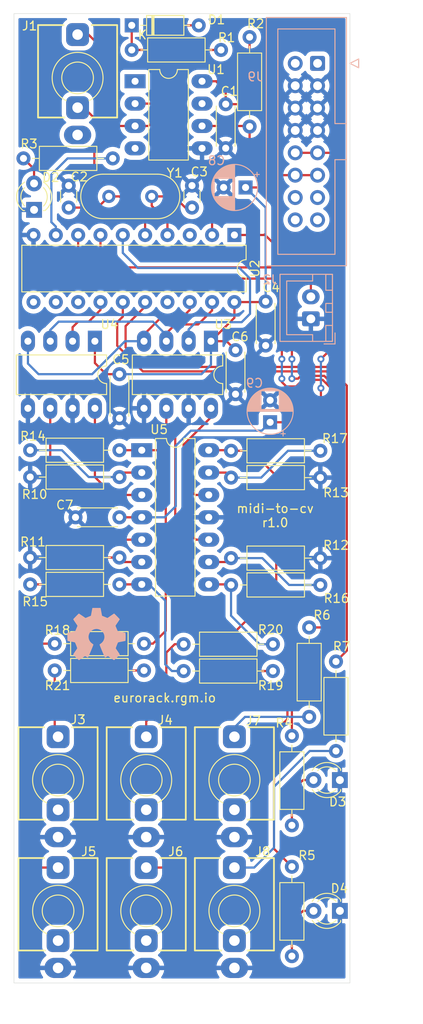
<source format=kicad_pcb>
(kicad_pcb (version 20211014) (generator pcbnew)
  (title_block (title "midi-to-cv") (date "2021-12-15") (rev "1.0"))
  (layers (0 "F.Cu" signal) (31 "B.Cu" signal) (34 "B.Paste" user) (35 "F.Paste" user) (36 "B.SilkS" user "B.Silkscreen") (37 "F.SilkS" user "F.Silkscreen") (38 "B.Mask" user) (39 "F.Mask" user) (44 "Edge.Cuts" user))
  (net 0 "")
  (net 1 "GND")
  (net 2 "Net-(D1-Pad2)")
  (net 3 "Net-(D2-Pad2)")
  (net 4 "Net-(D3-Pad2)")
  (net 5 "dw")
  (net 6 "Net-(J8-PadT)")
  (net 7 "LED1")
  (net 8 "UART_RX")
  (net 9 "LED2")
  (net 10 "GATE1")
  (net 11 "GATE2")
  (net 12 "SPI_SD")
  (net 13 "SPI_SCK")
  (net 14 "SPI_CS1")
  (net 15 "SPI_CS2")
  (net 16 "+5V")
  (net 17 "Net-(J7-PadT)")
  (net 18 "Net-(D4-Pad2)")
  (net 19 "LED3")
  (net 20 "Net-(D1-Pad1)")
  (net 21 "Net-(J1-PadR)")
  (net 22 "+12V")
  (net 23 "CV1")
  (net 24 "CV2")
  (net 25 "CV3")
  (net 26 "CV4")
  (net 27 "DAC_CV2")
  (net 28 "DAC_CV1")
  (net 29 "DAC_CV3")
  (net 30 "DAC_CV4")
  (net 31 "Net-(R10-Pad1)")
  (net 32 "Net-(R11-Pad1)")
  (net 33 "Net-(R12-Pad1)")
  (net 34 "Net-(R13-Pad1)")
  (net 35 "Net-(R14-Pad1)")
  (net 36 "Net-(R15-Pad1)")
  (net 37 "Net-(R16-Pad1)")
  (net 38 "Net-(R17-Pad1)")
  (net 39 "Net-(C2-Pad1)")
  (net 40 "Net-(C3-Pad1)")
  (footprint "eurorack:Jack_3.5mm_QingPu_WQP-PJ398SM_Vertical" (layer "F.Cu") (at 137.6045 128.778)
    (fp_text reference "J3")
    (fp_text value "Thonkiconn SM")
  )
  (footprint "eurorack:Jack_3.5mm_QingPu_WQP-PJ398SM_Vertical" (layer "F.Cu") (at 147.6375 128.778)
    (fp_text reference "J4")
    (fp_text value "Thonkiconn SM")
  )
  (footprint "eurorack:Jack_3.5mm_QingPu_WQP-PJ398SM_Vertical" (layer "F.Cu") (at 137.6045 143.637)
    (fp_text reference "J5")
    (fp_text value "Thonkiconn SM")
  )
  (footprint "eurorack:Jack_3.5mm_QingPu_WQP-PJ398SM_Vertical" (layer "F.Cu") (at 147.6375 143.637)
    (fp_text reference "J6")
    (fp_text value "Thonkiconn SM")
  )
  (footprint "eurorack:Jack_3.5mm_QingPu_WQP-PJ398SM_Vertical" (layer "F.Cu") (at 157.6705 128.778)
    (fp_text reference "J7")
    (fp_text value "Thonkiconn SM")
  )
  (footprint "eurorack:Jack_3.5mm_QingPu_WQP-PJ398SM_Vertical" (layer "F.Cu") (at 157.6705 143.637)
    (fp_text reference "J8")
    (fp_text value "Thonkiconn SM")
  )
  (footprint "Capacitor_THT:C_Disc_D4.3mm_W1.9mm_P5.00mm" (layer "F.Cu") (at 156.6799 52.0065 -90)
    (fp_text reference "C1")
    (fp_text value "100n")
  )
  (footprint "Capacitor_THT:C_Disc_D4.3mm_W1.9mm_P5.00mm" (layer "F.Cu") (at 161.2265 74.422 -90)
    (fp_text reference "C4")
    (fp_text value "100n")
  )
  (footprint "Capacitor_THT:C_Disc_D3.0mm_W1.6mm_P2.50mm" (layer "F.Cu") (at 138.811 63.754 90)
    (fp_text reference "C2")
    (fp_text value "22p")
  )
  (footprint "Capacitor_THT:C_Disc_D3.0mm_W1.6mm_P2.50mm" (layer "F.Cu") (at 152.8445 63.754 90)
    (fp_text reference "C3")
    (fp_text value "22p")
  )
  (footprint "Capacitor_THT:C_Disc_D4.3mm_W1.9mm_P5.00mm" (layer "F.Cu") (at 144.5895 82.677 -90)
    (fp_text reference "C5")
    (fp_text value "100n")
  )
  (footprint "Capacitor_THT:C_Disc_D4.3mm_W1.9mm_P5.00mm" (layer "F.Cu") (at 157.7975 79.9465 -90)
    (fp_text reference "C6")
    (fp_text value "100n")
  )
  (footprint "Diode_THT:D_DO-35_SOD27_P7.62mm_Horizontal" (layer "F.Cu") (at 145.9865 43.053)
    (fp_text reference "D1")
    (fp_text value "1N914")
  )
  (footprint "eurorack:LED_D3.0mmP2.54mm" (layer "F.Cu") (at 134.874 64.008 90)
    (fp_text reference "D2")
    (fp_text value "LED Red")
  )
  (footprint "eurorack:LED_D3.0mmP2.54mm" (layer "F.Cu") (at 169.672 128.778 180)
    (fp_text reference "D3")
    (fp_text value "LED Green")
  )
  (footprint "eurorack:LED_D3.0mmP2.54mm" (layer "F.Cu") (at 169.672 143.637 180)
    (fp_text reference "D4")
    (fp_text value "LED Green")
  )
  (footprint "eurorack:Jack_3.5mm_QingPu_WQP-PJ366ST_Vertical" (layer "F.Cu") (at 139.827 49.022)
    (fp_text reference "J1")
    (fp_text value "Thonkiconn ST")
  )
  (footprint "Resistor_THT:R_Axial_DIN0207_L6.3mm_D2.5mm_P10.16mm_Horizontal" (layer "F.Cu") (at 145.9865 45.847)
    (fp_text reference "R1")
    (fp_text value "220R")
  )
  (footprint "Resistor_THT:R_Axial_DIN0207_L6.3mm_D2.5mm_P10.16mm_Horizontal" (layer "F.Cu") (at 159.3977 44.3865 -90)
    (fp_text reference "R2")
    (fp_text value "10k")
  )
  (footprint "Resistor_THT:R_Axial_DIN0207_L6.3mm_D2.5mm_P10.16mm_Horizontal" (layer "F.Cu") (at 143.8275 58.166 180)
    (fp_text reference "R3")
    (fp_text value "2k2")
  )
  (footprint "Resistor_THT:R_Axial_DIN0207_L6.3mm_D2.5mm_P10.16mm_Horizontal" (layer "F.Cu") (at 164.211 123.7615 -90)
    (fp_text reference "R4")
    (fp_text value "2k2")
  )
  (footprint "Resistor_THT:R_Axial_DIN0207_L6.3mm_D2.5mm_P10.16mm_Horizontal" (layer "F.Cu") (at 164.211 138.6205 -90)
    (fp_text reference "R5")
    (fp_text value "2k2")
  )
  (footprint "Resistor_THT:R_Axial_DIN0207_L6.3mm_D2.5mm_P10.16mm_Horizontal" (layer "F.Cu") (at 166.1795 111.4425 -90)
    (fp_text reference "R6")
    (fp_text value "1k")
  )
  (footprint "Resistor_THT:R_Axial_DIN0207_L6.3mm_D2.5mm_P10.16mm_Horizontal" (layer "F.Cu") (at 169.2275 115.316 -90)
    (fp_text reference "R7")
    (fp_text value "1k")
  )
  (footprint "Package_DIP:DIP-8_W7.62mm_LongPads" (layer "F.Cu") (at 146.3675 49.403)
    (fp_text reference "U1")
    (fp_text value "6N137")
  )
  (footprint "Package_DIP:DIP-20_W7.62mm" (layer "F.Cu") (at 157.6705 66.8655 -90)
    (fp_text reference "U2")
    (fp_text value "ATtiny4313-PU")
  )
  (footprint "Package_DIP:DIP-8_W7.62mm_LongPads" (layer "F.Cu") (at 155.0035 78.9305 -90)
    (fp_text reference "U3")
    (fp_text value "MCP4822")
  )
  (footprint "Package_DIP:DIP-8_W7.62mm_LongPads" (layer "F.Cu") (at 141.7955 78.9305 -90)
    (fp_text reference "U4")
    (fp_text value "MCP4822")
  )
  (footprint "Crystal:Crystal_HC49-U_Vertical" (layer "F.Cu") (at 143.383 62.484)
    (fp_text reference "Y1")
    (fp_text value "20mhz")
  )
  (footprint "Resistor_THT:R_Axial_DIN0207_L6.3mm_D2.5mm_P10.16mm_Horizontal" (layer "F.Cu") (at 144.5895 94.361 180)
    (fp_text reference "R10")
    (fp_text value "8k45")
  )
  (footprint "Resistor_THT:R_Axial_DIN0207_L6.3mm_D2.5mm_P10.16mm_Horizontal" (layer "F.Cu") (at 144.5895 103.505 180)
    (fp_text reference "R11")
    (fp_text value "8k45")
  )
  (footprint "Resistor_THT:R_Axial_DIN0207_L6.3mm_D2.5mm_P10.16mm_Horizontal" (layer "F.Cu") (at 157.2895 103.5685)
    (fp_text reference "R12")
    (fp_text value "8k45")
  )
  (footprint "Resistor_THT:R_Axial_DIN0207_L6.3mm_D2.5mm_P10.16mm_Horizontal" (layer "F.Cu") (at 157.2895 94.4245)
    (fp_text reference "R13")
    (fp_text value "8k45")
  )
  (footprint "Resistor_THT:R_Axial_DIN0207_L6.3mm_D2.5mm_P10.16mm_Horizontal" (layer "F.Cu") (at 144.5895 91.313 180)
    (fp_text reference "R14")
    (fp_text value "33k")
  )
  (footprint "Resistor_THT:R_Axial_DIN0207_L6.3mm_D2.5mm_P10.16mm_Horizontal" (layer "F.Cu") (at 144.5895 106.553 180)
    (fp_text reference "R15")
    (fp_text value "33k")
  )
  (footprint "Resistor_THT:R_Axial_DIN0207_L6.3mm_D2.5mm_P10.16mm_Horizontal" (layer "F.Cu") (at 157.2895 106.6165)
    (fp_text reference "R16")
    (fp_text value "33k")
  )
  (footprint "Resistor_THT:R_Axial_DIN0207_L6.3mm_D2.5mm_P10.16mm_Horizontal" (layer "F.Cu") (at 157.2895 91.3765)
    (fp_text reference "R17")
    (fp_text value "33k")
  )
  (footprint "Resistor_THT:R_Axial_DIN0207_L6.3mm_D2.5mm_P10.16mm_Horizontal" (layer "F.Cu") (at 137.2235 113.284)
    (fp_text reference "R18")
    (fp_text value "1k")
  )
  (footprint "Resistor_THT:R_Axial_DIN0207_L6.3mm_D2.5mm_P10.16mm_Horizontal" (layer "F.Cu") (at 162.052 116.3955 180)
    (fp_text reference "R19")
    (fp_text value "1k")
  )
  (footprint "Resistor_THT:R_Axial_DIN0207_L6.3mm_D2.5mm_P10.16mm_Horizontal" (layer "F.Cu") (at 151.892 113.3475)
    (fp_text reference "R20")
    (fp_text value "1k")
  )
  (footprint "Resistor_THT:R_Axial_DIN0207_L6.3mm_D2.5mm_P10.16mm_Horizontal" (layer "F.Cu") (at 137.2235 116.332)
    (fp_text reference "R21")
    (fp_text value "1k")
  )
  (footprint "Package_DIP:DIP-14_W7.62mm_LongPads" (layer "F.Cu") (at 147.1295 91.313)
    (fp_text reference "U5")
    (fp_text value "LM324")
  )
  (footprint "Capacitor_THT:C_Disc_D4.3mm_W1.9mm_P5.00mm" (layer "F.Cu") (at 144.5895 98.933 180)
    (fp_text reference "C7")
    (fp_text value "100n")
  )
  (footprint "Connector_JST:JST_XH_B2B-XH-A_1x02_P2.50mm_Vertical" (layer "B.Cu") (at 166.37 76.3905 90)
    (fp_text reference "J2")
    (fp_text value "JST XH 1x2")
  )
  (footprint "Connector_IDC:IDC-Header_2x08_P2.54mm_Vertical" (layer "B.Cu") (at 167.132 47.371 180)
    (fp_text reference "J9")
    (fp_text value "IDC Header 2x8")
  )
  (footprint "Capacitor_THT:CP_Radial_D5.0mm_P2.50mm" (layer "B.Cu") (at 158.9405 61.468 180)
    (fp_text reference "C8")
    (fp_text value "10u")
  )
  (footprint "Capacitor_THT:CP_Radial_D5.0mm_P2.50mm" (layer "B.Cu") (at 161.7345 88.138 90)
    (fp_text reference "C9")
    (fp_text value "10u")
  )
  (footprint "Symbol:OSHW-Symbol_6.7x6mm_SilkScreen" (layer "B.Cu") (at 141.986 112.2045 180)
    (fp_text reference "REF**" hide)
    (fp_text value "OSHW-Symbol_6.7x6mm_SilkScreen" hide)
  )
  (gr_line (start 170.815 151.8285) (end 170.815 41.7195) (layer "Edge.Cuts") (width 0.05))
  (gr_line (start 132.588 41.7195) (end 170.815 41.7195) (layer "Edge.Cuts") (width 0.05))
  (gr_line (start 132.588 151.8285) (end 170.815 151.8285) (layer "Edge.Cuts") (width 0.05))
  (gr_line (start 132.588 41.7195) (end 132.588 151.8285) (layer "Edge.Cuts") (width 0.05))
  (gr_text "midi-to-cv\nr1.0" (at 162.306 98.7425) (layer "F.SilkS") (effects (font (size 1 1))))
  (gr_text "eurorack.rgm.io" (at 149.733 119.4435) (layer "F.SilkS") (effects (font (size 1 1))))
  (segment (start 143.256 53.1495) (end 144.5895 54.483) (width 0.25) (layer "F.Cu") (net 2))
  (segment (start 151.8285 43.053) (end 153.6065 43.053) (width 0.25) (layer "F.Cu") (net 2))
  (segment (start 143.256 46.2915) (end 143.256 53.1495) (width 0.25) (layer "F.Cu") (net 2))
  (segment (start 150.241 44.6405) (end 151.8285 43.053) (width 0.25) (layer "F.Cu") (net 2))
  (segment (start 144.5895 54.483) (end 146.3675 54.483) (width 0.25) (layer "F.Cu") (net 2))
  (segment (start 150.241 52.1335) (end 150.241 44.6405) (width 0.25) (layer "F.Cu") (net 2))
  (segment (start 141.0665 44.102) (end 143.256 46.2915) (width 0.25) (layer "F.Cu") (net 2))
  (segment (start 147.8915 54.483) (end 150.241 52.1335) (width 0.25) (layer "F.Cu") (net 2))
  (segment (start 139.827 44.102) (end 141.0665 44.102) (width 0.25) (layer "F.Cu") (net 2))
  (segment (start 146.3675 54.483) (end 147.8915 54.483) (width 0.25) (layer "F.Cu") (net 2))
  (segment (start 134.874 61.0108) (end 134.874 59.3725) (width 0.25) (layer "F.Cu") (net 3))
  (segment (start 134.874 59.3725) (end 133.6675 58.166) (width 0.25) (layer "F.Cu") (net 3))
  (segment (start 165.481 128.778) (end 166.6748 128.778) (width 0.25) (layer "F.Cu") (net 4))
  (segment (start 164.211 133.9215) (end 164.211 130.048) (width 0.25) (layer "F.Cu") (net 4))
  (segment (start 164.211 130.048) (end 165.481 128.778) (width 0.25) (layer "F.Cu") (net 4))
  (segment (start 166.37 73.8905) (end 166.37 72.0725) (width 0.25) (layer "F.Cu") (net 5))
  (segment (start 161.0995 66.802) (end 161.036 66.8655) (width 0.25) (layer "F.Cu") (net 5))
  (segment (start 166.37 72.0725) (end 161.0995 66.802) (width 0.25) (layer "F.Cu") (net 5))
  (segment (start 161.036 66.8655) (end 157.6705 66.8655) (width 0.25) (layer "F.Cu") (net 5))
  (segment (start 162.179 136.4615) (end 162.179 129.54) (width 0.25) (layer "B.Cu") (net 6))
  (segment (start 157.6705 138.717) (end 159.9235 138.717) (width 0.25) (layer "B.Cu") (net 6))
  (segment (start 166.243 125.476) (end 169.2275 125.476) (width 0.25) (layer "B.Cu") (net 6))
  (segment (start 162.179 129.54) (end 166.243 125.476) (width 0.25) (layer "B.Cu") (net 6))
  (segment (start 159.9235 138.717) (end 162.179 136.4615) (width 0.25) (layer "B.Cu") (net 6))
  (segment (start 138.684 58.166) (end 143.8275 58.166) (width 0.25) (layer "B.Cu") (net 7))
  (segment (start 136.8425 60.0075) (end 138.684 58.166) (width 0.25) (layer "B.Cu") (net 7))
  (segment (start 137.3505 66.8655) (end 137.3505 65.913) (width 0.25) (layer "B.Cu") (net 7))
  (segment (start 137.3505 65.913) (end 136.8425 65.405) (width 0.25) (layer "B.Cu") (net 7))
  (segment (start 136.8425 65.405) (end 136.8425 60.0075) (width 0.25) (layer "B.Cu") (net 7))
  (segment (start 153.9875 54.483) (end 159.3342 54.483) (width 0.25) (layer "F.Cu") (net 8))
  (segment (start 159.3977 57.7723) (end 158.115 59.055) (width 0.25) (layer "F.Cu") (net 8))
  (segment (start 159.3977 54.5465) (end 159.3977 57.7723) (width 0.25) (layer "F.Cu") (net 8))
  (segment (start 155.956 59.055) (end 154.686 60.325) (width 0.25) (layer "F.Cu") (net 8))
  (segment (start 154.686 60.325) (end 154.686 64.8335) (width 0.25) (layer "F.Cu") (net 8))
  (segment (start 159.3342 54.483) (end 159.3977 54.5465) (width 0.25) (layer "F.Cu") (net 8))
  (segment (start 155.1305 65.278) (end 155.1305 66.8655) (width 0.25) (layer "F.Cu") (net 8))
  (segment (start 158.115 59.055) (end 155.956 59.055) (width 0.25) (layer "F.Cu") (net 8))
  (segment (start 154.686 64.8335) (end 155.1305 65.278) (width 0.25) (layer "F.Cu") (net 8))
  (segment (start 169.550511 108.769989) (end 169.550511 84.5226) (width 0.25) (layer "F.Cu") (net 9))
  (segment (start 168.402 109.9185) (end 169.550511 108.769989) (width 0.25) (layer "F.Cu") (net 9))
  (segment (start 142.4305 69.1515) (end 142.4305 66.8655) (width 0.25) (layer "F.Cu") (net 9))
  (segment (start 164.211 80.9625) (end 164.211 72.8345) (width 0.25) (layer "F.Cu") (net 9))
  (segment (start 143.8275 70.5485) (end 142.4305 69.1515) (width 0.25) (layer "F.Cu") (net 9))
  (segment (start 164.9095 83.185) (end 164.211 83.185) (width 0.25) (layer "F.Cu") (net 9))
  (segment (start 164.211 72.8345) (end 161.925 70.5485) (width 0.25) (layer "F.Cu") (net 9))
  (segment (start 165.227 82.8675) (end 164.9095 83.185) (width 0.25) (layer "F.Cu") (net 9))
  (segment (start 164.211 123.7615) (end 164.211 110.9345) (width 0.25) (layer "F.Cu") (net 9))
  (segment (start 164.211 110.9345) (end 165.227 109.9185) (width 0.25) (layer "F.Cu") (net 9))
  (segment (start 167.895411 82.8675) (end 165.227 82.8675) (width 0.25) (layer "F.Cu") (net 9))
  (segment (start 161.925 70.5485) (end 143.8275 70.5485) (width 0.25) (layer "F.Cu") (net 9))
  (segment (start 169.550511 84.5226) (end 167.895411 82.8675) (width 0.25) (layer "F.Cu") (net 9))
  (segment (start 165.227 109.9185) (end 168.402 109.9185) (width 0.25) (layer "F.Cu") (net 9))
  (via (at 164.211 80.9625) (size 0.8) (drill 0.4) (layers "F.Cu" "B.Cu") (net 9))
  (via (at 164.211 83.185) (size 0.8) (drill 0.4) (layers "F.Cu" "B.Cu") (net 9))
  (segment (start 164.211 83.185) (end 164.211 80.9625) (width 0.25) (layer "B.Cu") (net 9))
  (segment (start 170.01498 109.00402) (end 167.5765 111.4425) (width 0.25) (layer "F.Cu") (net 10))
  (segment (start 168.148 82.3595) (end 170.01498 84.22648) (width 0.25) (layer "F.Cu") (net 10))
  (segment (start 167.5765 111.4425) (end 166.1795 111.4425) (width 0.25) (layer "F.Cu") (net 10))
  (segment (start 144.3355 76.7715) (end 144.9705 76.1365) (width 0.25) (layer "F.Cu") (net 10))
  (segment (start 144.3355 79.4385) (end 144.3355 76.7715) (width 0.25) (layer "F.Cu") (net 10))
  (segment (start 144.3355 79.4385) (end 147.2565 82.3595) (width 0.25) (layer "F.Cu") (net 10))
  (segment (start 170.01498 84.22648) (end 170.01498 109.00402) (width 0.25) (layer "F.Cu") (net 10))
  (segment (start 144.9705 76.1365) (end 144.9705 74.4855) (width 0.25) (layer "F.Cu") (net 10))
  (segment (start 147.2565 82.3595) (end 168.148 82.3595) (width 0.25) (layer "F.Cu") (net 10))
  (segment (start 168.3385 81.8515) (end 170.46499 83.97799) (width 0.25) (layer "F.Cu") (net 11))
  (segment (start 147.5105 74.4855) (end 147.5105 74.9935) (width 0.25) (layer "F.Cu") (net 11))
  (segment (start 147.5105 74.9935) (end 145.288 77.216) (width 0.25) (layer "F.Cu") (net 11))
  (segment (start 147.5105 81.8515) (end 168.3385 81.8515) (width 0.25) (layer "F.Cu") (net 11))
  (segment (start 170.46499 114.07851) (end 169.2275 115.316) (width 0.25) (layer "F.Cu") (net 11))
  (segment (start 145.288 79.629) (end 147.5105 81.8515) (width 0.25) (layer "F.Cu") (net 11))
  (segment (start 145.288 77.216) (end 145.288 79.629) (width 0.25) (layer "F.Cu") (net 11))
  (segment (start 170.46499 83.97799) (end 170.46499 114.07851) (width 0.25) (layer "F.Cu") (net 11))
  (segment (start 152.5905 74.4855) (end 152.5905 75.3745) (width 0.25) (layer "F.Cu") (net 12))
  (segment (start 147.3835 78.1685) (end 147.3835 78.9305) (width 0.25) (layer "F.Cu") (net 12))
  (segment (start 149.1615 76.3905) (end 147.3835 78.1685) (width 0.25) (layer "F.Cu") (net 12))
  (segment (start 152.5905 75.3745) (end 151.5745 76.3905) (width 0.25) (layer "F.Cu") (net 12))
  (segment (start 151.5745 76.3905) (end 149.1615 76.3905) (width 0.25) (layer "F.Cu") (net 12))
  (segment (start 134.1755 81.4705) (end 135.382 82.677) (width 0.25) (layer "B.Cu") (net 12))
  (segment (start 134.1755 78.9305) (end 134.1755 81.4705) (width 0.25) (layer "B.Cu") (net 12))
  (segment (start 135.382 82.677) (end 141.478 82.677) (width 0.25) (layer "B.Cu") (net 12))
  (segment (start 145.2245 78.9305) (end 147.3835 78.9305) (width 0.25) (layer "B.Cu") (net 12))
  (segment (start 141.478 82.677) (end 145.2245 78.9305) (width 0.25) (layer "B.Cu") (net 12))
  (segment (start 155.1305 75.438) (end 153.543 77.0255) (width 0.25) (layer "F.Cu") (net 13))
  (segment (start 150.9395 77.0255) (end 149.9235 78.0415) (width 0.25) (layer "F.Cu") (net 13))
  (segment (start 149.9235 78.0415) (end 149.9235 78.9305) (width 0.25) (layer "F.Cu") (net 13))
  (segment (start 153.543 77.0255) (end 150.9395 77.0255) (width 0.25) (layer "F.Cu") (net 13))
  (segment (start 155.1305 74.4855) (end 155.1305 75.438) (width 0.25) (layer "F.Cu") (net 13))
  (segment (start 137.668 76.708) (end 136.7155 77.6605) (width 0.25) (layer "B.Cu") (net 13))
  (segment (start 149.9235 78.9305) (end 149.9235 78.232) (width 0.25) (layer "B.Cu") (net 13))
  (segment (start 136.7155 77.6605) (end 136.7155 78.9305) (width 0.25) (layer "B.Cu") (net 13))
  (segment (start 148.3995 76.708) (end 137.668 76.708) (width 0.25) (layer "B.Cu") (net 13))
  (segment (start 149.9235 78.232) (end 148.3995 76.708) (width 0.25) (layer "B.Cu") (net 13))
  (segment (start 158.496 76.7715) (end 159.4485 75.819) (width 0.25) (layer "B.Cu") (net 14))
  (segment (start 152.4635 77.597) (end 153.289 76.7715) (width 0.25) (layer "B.Cu") (net 14))
  (segment (start 152.4635 78.9305) (end 152.4635 77.597) (width 0.25) (layer "B.Cu") (net 14))
  (segment (start 159.4485 75.819) (end 159.4485 71.8185) (width 0.25) (layer "B.Cu") (net 14))
  (segment (start 153.289 76.7715) (end 158.496 76.7715) (width 0.25) (layer "B.Cu") (net 14))
  (segment (start 144.9705 68.8975) (end 144.9705 66.8655) (width 0.25) (layer "B.Cu") (net 14))
  (segment (start 159.4485 71.8185) (end 158.242 70.612) (width 0.25) (layer "B.Cu") (net 14))
  (segment (start 146.685 70.612) (end 144.9705 68.8975) (width 0.25) (layer "B.Cu") (net 14))
  (segment (start 158.242 70.612) (end 146.685 70.612) (width 0.25) (layer "B.Cu") (net 14))
  (segment (start 152.4635 77.7875) (end 152.4635 78.9305) (width 0.25) (layer "B.Cu") (net 14))
  (segment (start 139.8905 76.708) (end 139.2555 77.343) (width 0.25) (layer "F.Cu") (net 15))
  (segment (start 139.2555 77.343) (end 139.2555 78.9305) (width 0.25) (layer "F.Cu") (net 15))
  (segment (start 142.4305 74.4855) (end 142.4305 75.3745) (width 0.25) (layer "F.Cu") (net 15))
  (segment (start 141.097 76.708) (end 139.8905 76.708) (width 0.25) (layer "F.Cu") (net 15))
  (segment (start 142.4305 75.3745) (end 141.097 76.708) (width 0.25) (layer "F.Cu") (net 15))
  (segment (start 161.544 61.468) (end 162.941 60.071) (width 0.25) (layer "F.Cu") (net 16))
  (segment (start 155.0035 78.9305) (end 156.7815 78.9305) (width 0.25) (layer "F.Cu") (net 16))
  (segment (start 155.575 49.403) (end 153.9875 49.403) (width 0.25) (layer "F.Cu") (net 16))
  (segment (start 161.163 74.4855) (end 161.2265 74.422) (width 0.25) (layer "F.Cu") (net 16))
  (segment (start 156.9085 49.403) (end 159.3977 46.9138) (width 0.25) (layer "F.Cu") (net 16))
  (segment (start 157.0355 76.8985) (end 155.0035 78.9305) (width 0.25) (layer "F.Cu") (net 16))
  (segment (start 159.5755 52.0065) (end 156.6799 52.0065) (width 0.25) (layer "F.Cu") (net 16))
  (segment (start 158.9405 61.468) (end 161.544 61.468) (width 0.25) (layer "F.Cu") (net 16))
  (segment (start 161.8615 58.9915) (end 161.8615 54.2925) (width 0.25) (layer "F.Cu") (net 16))
  (segment (start 156.6799 50.5079) (end 155.575 49.403) (width 0.25) (layer "F.Cu") (net 16))
  (segment (start 157.6705 76.2635) (end 157.0355 76.8985) (width 0.25) (layer "F.Cu") (net 16))
  (segment (start 162.941 60.071) (end 164.592 60.071) (width 0.25) (layer "F.Cu") (net 16))
  (segment (start 159.3977 44.3865) (end 159.3977 46.9138) (width 0.25) (layer "F.Cu") (net 16))
  (segment (start 162.941 60.071) (end 161.8615 58.9915) (width 0.25) (layer "F.Cu") (net 16))
  (segment (start 141.7955 81.407) (end 143.0655 82.677) (width 0.25) (layer "F.Cu") (net 16))
  (segment (start 164.592 60.071) (end 167.132 60.071) (width 0.25) (layer "F.Cu") (net 16))
  (segment (start 157.6705 74.4855) (end 161.163 74.4855) (width 0.25) (layer "F.Cu") (net 16))
  (segment (start 143.0655 82.677) (end 144.5895 82.677) (width 0.25) (layer "F.Cu") (net 16))
  (segment (start 156.6799 52.0065) (end 156.6799 50.5079) (width 0.25) (layer "F.Cu") (net 16))
  (segment (start 161.8615 54.2925) (end 159.5755 52.0065) (width 0.25) (layer "F.Cu") (net 16))
  (segment (start 157.6705 74.4855) (end 157.6705 76.2635) (width 0.25) (layer "F.Cu") (net 16))
  (segment (start 155.575 49.403) (end 156.9085 49.403) (width 0.25) (layer "F.Cu") (net 16))
  (segment (start 156.7815 78.9305) (end 157.7975 79.9465) (width 0.25) (layer "F.Cu") (net 16))
  (segment (start 141.7955 78.9305) (end 141.7955 81.407) (width 0.25) (layer "F.Cu") (net 16))
  (segment (start 155.0035 81.5975) (end 153.924 82.677) (width 0.25) (layer "B.Cu") (net 16))
  (segment (start 161.2265 63.754) (end 160.2105 62.738) (width 0.25) (layer "B.Cu") (net 16))
  (segment (start 161.2265 74.422) (end 161.2265 63.754) (width 0.25) (layer "B.Cu") (net 16))
  (segment (start 155.0035 78.9305) (end 155.0035 81.5975) (width 0.25) (layer "B.Cu") (net 16))
  (segment (start 153.924 82.677) (end 144.5895 82.677) (width 0.25) (layer "B.Cu") (net 16))
  (segment (start 160.2105 62.738) (end 158.9405 61.468) (width 0.25) (layer "B.Cu") (net 16))
  (segment (start 157.6705 122.809) (end 158.877 121.6025) (width 0.25) (layer "B.Cu") (net 17))
  (segment (start 157.6705 123.858) (end 157.6705 122.809) (width 0.25) (layer "B.Cu") (net 17))
  (segment (start 158.877 121.6025) (end 166.1795 121.6025) (width 0.25) (layer "B.Cu") (net 17))
  (segment (start 164.211 148.7805) (end 164.211 144.907) (width 0.25) (layer "F.Cu") (net 18))
  (segment (start 165.481 143.637) (end 166.6748 143.637) (width 0.25) (layer "F.Cu") (net 18))
  (segment (start 164.211 144.907) (end 165.481 143.637) (width 0.25) (layer "F.Cu") (net 18))
  (segment (start 163.068 83.566) (end 163.068 83.185) (width 0.25) (layer "F.Cu") (net 19))
  (segment (start 142.5575 71.8185) (end 139.8905 69.1515) (width 0.25) (layer "F.Cu") (net 19))
  (segment (start 164.211 138.6205) (end 162.179 136.5885) (width 0.25) (layer "F.Cu") (net 19))
  (segment (start 163.576 84.074) (end 163.068 83.566) (width 0.25) (layer "F.Cu") (net 19))
  (segment (start 164.68725 84.074) (end 163.576 84.074) (width 0.25) (layer "F.Cu") (net 19))
  (segment (start 164.973 109.4105) (end 168.2115 109.4105) (width 0.25) (layer "F.Cu") (net 19))
  (segment (start 139.8905 69.1515) (end 139.8905 66.8655) (width 0.25) (layer "F.Cu") (net 19))
  (segment (start 169.1005 108.5215) (end 169.1005 84.709) (width 0.25) (layer "F.Cu") (net 19))
  (segment (start 161.925 71.8185) (end 142.5575 71.8185) (width 0.25) (layer "F.Cu") (net 19))
  (segment (start 163.068 80.9625) (end 163.068 72.9615) (width 0.25) (layer "F.Cu") (net 19))
  (segment (start 163.703 121.8565) (end 163.703 110.6805) (width 0.25) (layer "F.Cu") (net 19))
  (segment (start 163.068 72.9615) (end 161.925 71.8185) (width 0.25) (layer "F.Cu") (net 19))
  (segment (start 167.70901 83.31751) (end 165.44374 83.31751) (width 0.25) (layer "F.Cu") (net 19))
  (segment (start 168.2115 109.4105) (end 169.1005 108.5215) (width 0.25) (layer "F.Cu") (net 19))
  (segment (start 169.1005 84.709) (end 167.70901 83.31751) (width 0.25) (layer "F.Cu") (net 19))
  (segment (start 165.44374 83.31751) (end 164.68725 84.074) (width 0.25) (layer "F.Cu") (net 19))
  (segment (start 163.703 110.6805) (end 164.973 109.4105) (width 0.25) (layer "F.Cu") (net 19))
  (segment (start 162.179 123.3805) (end 163.703 121.8565) (width 0.25) (layer "F.Cu") (net 19))
  (segment (start 162.179 136.5885) (end 162.179 123.3805) (width 0.25) (layer "F.Cu") (net 19))
  (via (at 163.068 80.9625) (size 0.8) (drill 0.4) (layers "F.Cu" "B.Cu") (net 19))
  (via (at 163.068 83.185) (size 0.8) (drill 0.4) (layers "F.Cu" "B.Cu") (net 19))
  (segment (start 163.068 83.185) (end 163.068 80.9625) (width 0.25) (layer "B.Cu") (net 19))
  (segment (start 146.3675 51.943) (end 148.463 51.943) (width 0.25) (layer "F.Cu") (net 20))
  (segment (start 149.1615 46.9265) (end 148.082 45.847) (width 0.25) (layer "F.Cu") (net 20))
  (segment (start 145.9865 45.847) (end 145.9865 43.053) (width 0.25) (layer "F.Cu") (net 20))
  (segment (start 148.082 45.847) (end 145.9865 45.847) (width 0.25) (layer "F.Cu") (net 20))
  (segment (start 149.1615 51.2445) (end 149.1615 46.9265) (width 0.25) (layer "F.Cu") (net 20))
  (segment (start 148.463 51.943) (end 149.1615 51.2445) (width 0.25) (layer "F.Cu") (net 20))
  (segment (start 141.732 59.2455) (end 142.8115 60.325) (width 0.25) (layer "F.Cu") (net 21))
  (segment (start 142.748 56.261) (end 141.732 57.277) (width 0.25) (layer "F.Cu") (net 21))
  (segment (start 140.54 52.402) (end 142.748 54.61) (width 0.25) (layer "F.Cu") (net 21))
  (segment (start 141.732 57.277) (end 141.732 59.2455) (width 0.25) (layer "F.Cu") (net 21))
  (segment (start 142.8115 60.325) (end 148.336 60.325) (width 0.25) (layer "F.Cu") (net 21))
  (segment (start 148.336 60.325) (end 151.257 57.404) (width 0.25) (layer "F.Cu") (net 21))
  (segment (start 153.289 45.847) (end 156.1465 45.847) (width 0.25) (layer "F.Cu") (net 21))
  (segment (start 142.748 54.61) (end 142.748 56.261) (width 0.25) (layer "F.Cu") (net 21))
  (segment (start 151.257 47.879) (end 153.289 45.847) (width 0.25) (layer "F.Cu") (net 21))
  (segment (start 139.827 52.402) (end 140.54 52.402) (width 0.25) (layer "F.Cu") (net 21))
  (segment (start 151.257 57.404) (end 151.257 47.879) (width 0.25) (layer "F.Cu") (net 21))
  (segment (start 168.529 57.531) (end 169.545 58.547) (width 0.25) (layer "F.Cu") (net 22))
  (segment (start 165.608 88.138) (end 167.513 86.233) (width 0.25) (layer "F.Cu") (net 22))
  (segment (start 144.5895 98.933) (end 147.1295 98.933) (width 0.25) (layer "F.Cu") (net 22))
  (segment (start 169.545 78.9305) (end 167.513 80.9625) (width 0.25) (layer "F.Cu") (net 22))
  (segment (start 167.132 57.531) (end 168.529 57.531) (width 0.25) (layer "F.Cu") (net 22))
  (segment (start 169.545 58.547) (end 169.545 78.9305) (width 0.25) (layer "F.Cu") (net 22))
  (segment (start 161.7345 88.138) (end 165.608 88.138) (width 0.25) (layer "F.Cu") (net 22))
  (segment (start 164.592 57.531) (end 167.132 57.531) (width 0.25) (layer "F.Cu") (net 22))
  (segment (start 167.513 84.2645) (end 167.513 86.233) (width 0.25) (layer "F.Cu") (net 22))
  (via (at 167.513 80.9625) (size 0.8) (drill 0.4) (layers "F.Cu" "B.Cu") (net 22))
  (via (at 167.513 84.2645) (size 0.8) (drill 0.4) (layers "F.Cu" "B.Cu") (net 22))
  (segment (start 167.513 84.2645) (end 167.513 80.9625) (width 0.25) (layer "B.Cu") (net 22))
  (segment (start 160.782 89.0905) (end 161.7345 88.138) (width 0.25) (layer "B.Cu") (net 22))
  (segment (start 149.733 98.933) (end 151.003 97.663) (width 0.25) (layer "B.Cu") (net 22))
  (segment (start 151.003 90.805) (end 152.7175 89.0905) (width 0.25) (layer "B.Cu") (net 22))
  (segment (start 151.003 97.663) (end 151.003 90.805) (width 0.25) (layer "B.Cu") (net 22))
  (segment (start 147.1295 98.933) (end 149.733 98.933) (width 0.25) (layer "B.Cu") (net 22))
  (segment (start 152.7175 89.0905) (end 160.782 89.0905) (width 0.25) (layer "B.Cu") (net 22))
  (segment (start 137.2235 123.477) (end 137.6045 123.858) (width 0.25) (layer "F.Cu") (net 23))
  (segment (start 137.2235 116.332) (end 137.2235 123.477) (width 0.25) (layer "F.Cu") (net 23))
  (segment (start 147.6375 122.1105) (end 147.6375 123.858) (width 0.25) (layer "F.Cu") (net 24))
  (segment (start 150.876 113.3475) (end 149.9235 114.3) (width 0.25) (layer "F.Cu") (net 24))
  (segment (start 151.892 113.3475) (end 150.876 113.3475) (width 0.25) (layer "F.Cu") (net 24))
  (segment (start 149.9235 114.3) (end 149.9235 119.8245) (width 0.25) (layer "F.Cu") (net 24))
  (segment (start 149.9235 119.8245) (end 147.6375 122.1105) (width 0.25) (layer "F.Cu") (net 24))
  (segment (start 133.2865 115.3795) (end 133.2865 136.9695) (width 0.25) (layer "F.Cu") (net 25))
  (segment (start 133.2865 136.9695) (end 135.034 138.717) (width 0.25) (layer "F.Cu") (net 25))
  (segment (start 137.2235 113.284) (end 135.382 113.284) (width 0.25) (layer "F.Cu") (net 25))
  (segment (start 135.382 113.284) (end 133.2865 115.3795) (width 0.25) (layer "F.Cu") (net 25))
  (segment (start 135.034 138.717) (end 137.6045 138.717) (width 0.25) (layer "F.Cu") (net 25))
  (segment (start 147.6375 138.717) (end 151.4145 138.717) (width 0.25) (layer "F.Cu") (net 26))
  (segment (start 153.4795 122.555) (end 159.639 116.3955) (width 0.25) (layer "F.Cu") (net 26))
  (segment (start 153.4795 136.652) (end 153.4795 122.555) (width 0.25) (layer "F.Cu") (net 26))
  (segment (start 151.4145 138.717) (end 153.4795 136.652) (width 0.25) (layer "F.Cu") (net 26))
  (segment (start 159.639 116.3955) (end 162.052 116.3955) (width 0.25) (layer "F.Cu") (net 26))
  (segment (start 150.9395 89.4715) (end 150.9395 99.1235) (width 0.25) (layer "F.Cu") (net 27))
  (segment (start 149.9235 88.4555) (end 150.9395 89.4715) (width 0.25) (layer "F.Cu") (net 27))
  (segment (start 150.9395 99.1235) (end 153.289 101.473) (width 0.25) (layer "F.Cu") (net 27))
  (segment (start 153.289 101.473) (end 154.7495 101.473) (width 0.25) (layer "F.Cu") (net 27))
  (segment (start 149.9235 86.5505) (end 149.9235 88.4555) (width 0.25) (layer "F.Cu") (net 27))
  (segment (start 151.892 95.0595) (end 153.2255 96.393) (width 0.25) (layer "F.Cu") (net 28))
  (segment (start 151.892 90.678) (end 151.892 95.0595) (width 0.25) (layer "F.Cu") (net 28))
  (segment (start 155.0035 87.5665) (end 151.892 90.678) (width 0.25) (layer "F.Cu") (net 28))
  (segment (start 155.0035 86.5505) (end 155.0035 87.5665) (width 0.25) (layer "F.Cu") (net 28))
  (segment (start 153.2255 96.393) (end 154.7495 96.393) (width 0.25) (layer "F.Cu") (net 28))
  (segment (start 141.7955 86.5505) (end 141.7955 94.361) (width 0.25) (layer "F.Cu") (net 29))
  (segment (start 141.7955 94.361) (end 143.8275 96.393) (width 0.25) (layer "F.Cu") (net 29))
  (segment (start 143.8275 96.393) (end 147.1295 96.393) (width 0.25) (layer "F.Cu") (net 29))
  (segment (start 138.684 101.473) (end 147.1295 101.473) (width 0.25) (layer "F.Cu") (net 30))
  (segment (start 136.7155 86.5505) (end 136.7155 99.5045) (width 0.25) (layer "F.Cu") (net 30))
  (segment (start 136.7155 99.5045) (end 138.684 101.473) (width 0.25) (layer "F.Cu") (net 30))
  (segment (start 147.1295 93.853) (end 145.0975 93.853) (width 0.25) (layer "F.Cu") (net 31))
  (segment (start 145.0975 93.853) (end 144.5895 94.361) (width 0.25) (layer "F.Cu") (net 31))
  (segment (start 134.4295 91.313) (end 138.049 91.313) (width 0.25) (layer "B.Cu") (net 31))
  (segment (start 141.097 94.361) (end 144.5895 94.361) (width 0.25) (layer "B.Cu") (net 31))
  (segment (start 138.049 91.313) (end 141.097 94.361) (width 0.25) (layer "B.Cu") (net 31))
  (segment (start 145.0975 104.013) (end 144.5895 103.505) (width 0.25) (layer "F.Cu") (net 32))
  (segment (start 137.922 106.553) (end 134.4295 106.553) (width 0.25) (layer "F.Cu") (net 32))
  (segment (start 147.1295 104.013) (end 145.0975 104.013) (width 0.25) (layer "F.Cu") (net 32))
  (segment (start 144.5895 103.505) (end 140.97 103.505) (width 0.25) (layer "F.Cu") (net 32))
  (segment (start 140.97 103.505) (end 137.922 106.553) (width 0.25) (layer "F.Cu") (net 32))
  (segment (start 154.7495 104.013) (end 156.845 104.013) (width 0.25) (layer "F.Cu") (net 33))
  (segment (start 156.845 104.013) (end 157.2895 103.5685) (width 0.25) (layer "F.Cu") (net 33))
  (segment (start 163.8935 106.6165) (end 167.4495 106.6165) (width 0.25) (layer "B.Cu") (net 33))
  (segment (start 157.2895 103.5685) (end 160.8455 103.5685) (width 0.25) (layer "B.Cu") (net 33))
  (segment (start 160.8455 103.5685) (end 163.8935 106.6165) (width 0.25) (layer "B.Cu") (net 33))
  (segment (start 154.7495 93.853) (end 156.718 93.853) (width 0.25) (layer "F.Cu") (net 34))
  (segment (start 156.718 93.853) (end 157.2895 94.4245) (width 0.25) (layer "F.Cu") (net 34))
  (segment (start 160.7185 94.4245) (end 163.7665 91.3765) (width 0.25) (layer "B.Cu") (net 34))
  (segment (start 157.2895 94.4245) (end 160.7185 94.4245) (width 0.25) (layer "B.Cu") (net 34))
  (segment (start 163.7665 91.3765) (end 167.4495 91.3765) (width 0.25) (layer "B.Cu") (net 34))
  (segment (start 149.0345 91.313) (end 149.86 92.1385) (width 0.25) (layer "F.Cu") (net 35))
  (segment (start 148.3995 113.284) (end 147.3835 113.284) (width 0.25) (layer "F.Cu") (net 35))
  (segment (start 149.86 111.8235) (end 148.3995 113.284) (width 0.25) (layer "F.Cu") (net 35))
  (segment (start 144.5895 91.313) (end 147.1295 91.313) (width 0.25) (layer "F.Cu") (net 35))
  (segment (start 147.1295 91.313) (end 149.0345 91.313) (width 0.25) (layer "F.Cu") (net 35))
  (segment (start 149.86 92.1385) (end 149.86 111.8235) (width 0.25) (layer "F.Cu") (net 35))
  (segment (start 144.5895 106.553) (end 147.1295 106.553) (width 0.25) (layer "F.Cu") (net 36))
  (segment (start 147.1295 106.553) (end 147.955 106.553) (width 0.25) (layer "B.Cu") (net 36))
  (segment (start 147.955 106.553) (end 149.7965 108.3945) (width 0.25) (layer "B.Cu") (net 36))
  (segment (start 149.7965 108.3945) (end 149.7965 115.6335) (width 0.25) (layer "B.Cu") (net 36))
  (segment (start 149.7965 115.6335) (end 150.5585 116.3955) (width 0.25) (layer "B.Cu") (net 36))
  (segment (start 150.5585 116.3955) (end 151.892 116.3955) (width 0.25) (layer "B.Cu") (net 36))
  (segment (start 154.7495 106.553) (end 157.226 106.553) (width 0.25) (layer "F.Cu") (net 37))
  (segment (start 157.226 106.553) (end 157.2895 106.6165) (width 0.25) (layer "F.Cu") (net 37))
  (segment (start 160.528 113.3475) (end 162.052 113.3475) (width 0.25) (layer "B.Cu") (net 37))
  (segment (start 157.2895 110.109) (end 160.528 113.3475) (width 0.25) (layer "B.Cu") (net 37))
  (segment (start 157.2895 106.6165) (end 157.2895 110.109) (width 0.25) (layer "B.Cu") (net 37))
  (segment (start 144.272 117.9195) (end 145.8595 116.332) (width 0.25) (layer "F.Cu") (net 38))
  (segment (start 151.5745 124.9045) (end 149.86 126.619) (width 0.25) (layer "F.Cu") (net 38))
  (segment (start 157.226 91.313) (end 157.2895 91.3765) (width 0.25) (layer "F.Cu") (net 38))
  (segment (start 145.669 126.619) (end 144.272 125.222) (width 0.25) (layer "F.Cu") (net 38))
  (segment (start 157.2895 91.3765) (end 159.5755 91.3765) (width 0.25) (layer "F.Cu") (net 38))
  (segment (start 156.972 112.7125) (end 156.972 115.7605) (width 0.25) (layer "F.Cu") (net 38))
  (segment (start 159.5755 91.3765) (end 162.433 94.234) (width 0.25) (layer "F.Cu") (net 38))
  (segment (start 154.7495 91.313) (end 157.226 91.313) (width 0.25) (layer "F.Cu") (net 38))
  (segment (start 144.272 125.222) (end 144.272 117.9195) (width 0.25) (layer "F.Cu") (net 38))
  (segment (start 145.8595 116.332) (end 147.3835 116.332) (width 0.25) (layer "F.Cu") (net 38))
  (segment (start 162.433 94.234) (end 162.433 107.2515) (width 0.25) (layer "F.Cu") (net 38))
  (segment (start 162.433 107.2515) (end 156.972 112.7125) (width 0.25) (layer "F.Cu") (net 38))
  (segment (start 149.86 126.619) (end 145.669 126.619) (width 0.25) (layer "F.Cu") (net 38))
  (segment (start 151.5745 121.158) (end 151.5745 124.9045) (width 0.25) (layer "F.Cu") (net 38))
  (segment (start 156.972 115.7605) (end 151.5745 121.158) (width 0.25) (layer "F.Cu") (net 38))
  (segment (start 147.5105 65.405) (end 144.5895 62.484) (width 0.25) (layer "F.Cu") (net 39))
  (segment (start 144.5895 62.484) (end 143.383 62.484) (width 0.25) (layer "F.Cu") (net 39))
  (segment (start 147.5105 66.8655) (end 147.5105 65.405) (width 0.25) (layer "F.Cu") (net 39))
  (segment (start 138.811 63.754) (end 142.113 63.754) (width 0.25) (layer "F.Cu") (net 39))
  (segment (start 142.113 63.754) (end 143.383 62.484) (width 0.25) (layer "F.Cu") (net 39))
  (segment (start 150.0505 65.3415) (end 148.263 63.554) (width 0.25) (layer "F.Cu") (net 40))
  (segment (start 148.263 63.554) (end 148.263 62.484) (width 0.25) (layer "F.Cu") (net 40))
  (segment (start 148.263 62.484) (end 150.8125 62.484) (width 0.25) (layer "F.Cu") (net 40))
  (segment (start 150.0505 66.8655) (end 150.0505 65.3415) (width 0.25) (layer "F.Cu") (net 40))
  (segment (start 150.8125 62.484) (end 152.0825 63.754) (width 0.25) (layer "F.Cu") (net 40))
  (segment (start 152.0825 63.754) (end 152.8445 63.754) (width 0.25) (layer "F.Cu") (net 40))
  (zone (net 1) (net_name "GND") (layer "B.Cu") (connect_pads (clearance 0.508)) (min_thickness 0.254) (fill yes (thermal_gap 0.508) (thermal_bridge_width 0.508))
    (polygon (pts (xy 170.815 151.8285) (xy 132.588 151.8285) (xy 132.588 41.7195) (xy 170.815 41.7195)))
  )
)
</source>
